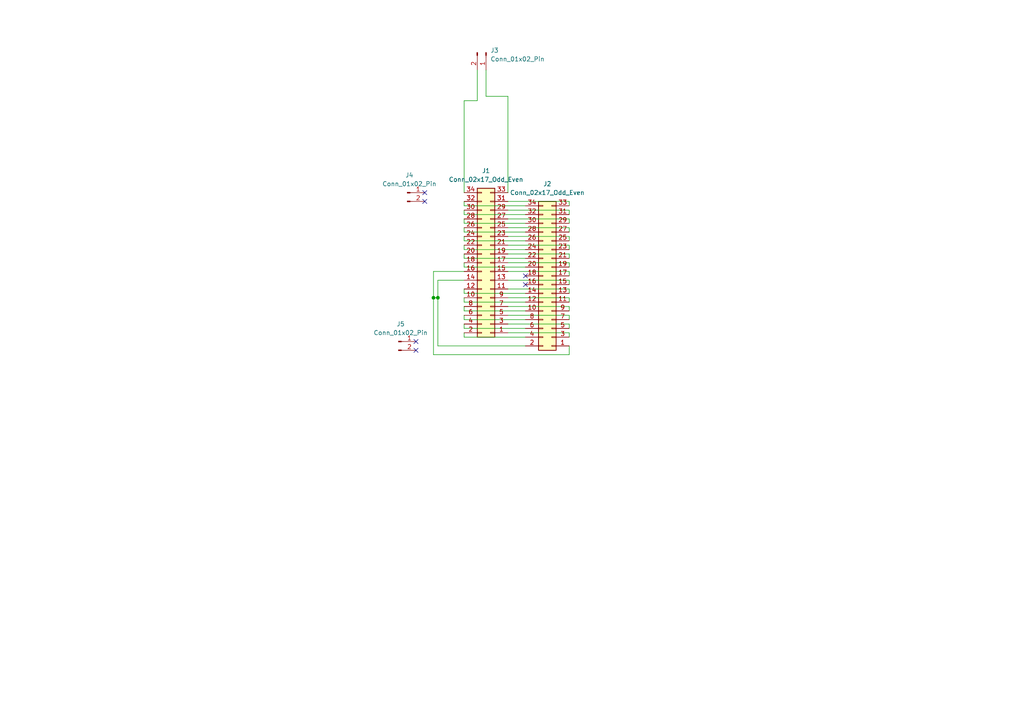
<source format=kicad_sch>
(kicad_sch (version 20230121) (generator eeschema)
  (paper "A4")
  (lib_symbols
    (symbol "Connector:Conn_01x02_Pin" (pin_names (offset 1.016) hide)
      (property "Reference" "J" (at 0 2.54 0))
      (property "Value" "Conn_01x02_Pin" (at 0 -5.08 0))
      (symbol "Conn_01x02_Pin_1_1"
        (polyline (pts (xy 1.27 -2.54) (xy 0.8636 -2.54)) (stroke (width 0.1524)))
        (polyline (pts (xy 1.27 0) (xy 0.8636 0)) (stroke (width 0.1524)))
        (rectangle (start 0.8636 -2.413) (end 0 -2.667) (stroke (width 0.1524)) (fill (type outline)))
        (rectangle (start 0.8636 0.127) (end 0 -0.127) (stroke (width 0.1524)) (fill (type outline)))
        (pin passive line (at 5.08 0 180) (length 3.81) (name "Pin_1") (number "1"))
        (pin passive line (at 5.08 -2.54 180) (length 3.81) (name "Pin_2") (number "2"))
      )
    )
    (symbol "Connector_Generic:Conn_02x17_Odd_Even" (pin_names (offset 1.016) hide)
      (property "Reference" "J" (at 1.27 22.86 0))
      (property "Value" "Conn_02x17_Odd_Even" (at 1.27 -22.86 0))
      (symbol "Conn_02x17_Odd_Even_1_1"
        (rectangle (start -1.27 -20.193) (end 0 -20.447) (stroke (width 0.1524)))
        (rectangle (start -1.27 -17.653) (end 0 -17.907) (stroke (width 0.1524)))
        (rectangle (start -1.27 -15.113) (end 0 -15.367) (stroke (width 0.1524)))
        (rectangle (start -1.27 -12.573) (end 0 -12.827) (stroke (width 0.1524)))
        (rectangle (start -1.27 -10.033) (end 0 -10.287) (stroke (width 0.1524)))
        (rectangle (start -1.27 -7.493) (end 0 -7.747) (stroke (width 0.1524)))
        (rectangle (start -1.27 -4.953) (end 0 -5.207) (stroke (width 0.1524)))
        (rectangle (start -1.27 -2.413) (end 0 -2.667) (stroke (width 0.1524)))
        (rectangle (start -1.27 0.127) (end 0 -0.127) (stroke (width 0.1524)))
        (rectangle (start -1.27 2.667) (end 0 2.413) (stroke (width 0.1524)))
        (rectangle (start -1.27 5.207) (end 0 4.953) (stroke (width 0.1524)))
        (rectangle (start -1.27 7.747) (end 0 7.493) (stroke (width 0.1524)))
        (rectangle (start -1.27 10.287) (end 0 10.033) (stroke (width 0.1524)))
        (rectangle (start -1.27 12.827) (end 0 12.573) (stroke (width 0.1524)))
        (rectangle (start -1.27 15.367) (end 0 15.113) (stroke (width 0.1524)))
        (rectangle (start -1.27 17.907) (end 0 17.653) (stroke (width 0.1524)))
        (rectangle (start -1.27 20.447) (end 0 20.193) (stroke (width 0.1524)))
        (rectangle (start -1.27 21.59) (end 3.81 -21.59) (stroke (width 0.254)) (fill (type background)))
        (rectangle (start 3.81 -20.193) (end 2.54 -20.447) (stroke (width 0.1524)))
        (rectangle (start 3.81 -17.653) (end 2.54 -17.907) (stroke (width 0.1524)))
        (rectangle (start 3.81 -15.113) (end 2.54 -15.367) (stroke (width 0.1524)))
        (rectangle (start 3.81 -12.573) (end 2.54 -12.827) (stroke (width 0.1524)))
        (rectangle (start 3.81 -10.033) (end 2.54 -10.287) (stroke (width 0.1524)))
        (rectangle (start 3.81 -7.493) (end 2.54 -7.747) (stroke (width 0.1524)))
        (rectangle (start 3.81 -4.953) (end 2.54 -5.207) (stroke (width 0.1524)))
        (rectangle (start 3.81 -2.413) (end 2.54 -2.667) (stroke (width 0.1524)))
        (rectangle (start 3.81 0.127) (end 2.54 -0.127) (stroke (width 0.1524)))
        (rectangle (start 3.81 2.667) (end 2.54 2.413) (stroke (width 0.1524)))
        (rectangle (start 3.81 5.207) (end 2.54 4.953) (stroke (width 0.1524)))
        (rectangle (start 3.81 7.747) (end 2.54 7.493) (stroke (width 0.1524)))
        (rectangle (start 3.81 10.287) (end 2.54 10.033) (stroke (width 0.1524)))
        (rectangle (start 3.81 12.827) (end 2.54 12.573) (stroke (width 0.1524)))
        (rectangle (start 3.81 15.367) (end 2.54 15.113) (stroke (width 0.1524)))
        (rectangle (start 3.81 17.907) (end 2.54 17.653) (stroke (width 0.1524)))
        (rectangle (start 3.81 20.447) (end 2.54 20.193) (stroke (width 0.1524)))
        (pin passive line (at -5.08 20.32 0) (length 3.81) (name "Pin_1") (number "1"))
        (pin passive line (at 7.62 10.16 180) (length 3.81) (name "Pin_10") (number "10"))
        (pin passive line (at -5.08 7.62 0) (length 3.81) (name "Pin_11") (number "11"))
        (pin passive line (at 7.62 7.62 180) (length 3.81) (name "Pin_12") (number "12"))
        (pin passive line (at -5.08 5.08 0) (length 3.81) (name "Pin_13") (number "13"))
        (pin passive line (at 7.62 5.08 180) (length 3.81) (name "Pin_14") (number "14"))
        (pin passive line (at -5.08 2.54 0) (length 3.81) (name "Pin_15") (number "15"))
        (pin passive line (at 7.62 2.54 180) (length 3.81) (name "Pin_16") (number "16"))
        (pin passive line (at -5.08 0 0) (length 3.81) (name "Pin_17") (number "17"))
        (pin passive line (at 7.62 0 180) (length 3.81) (name "Pin_18") (number "18"))
        (pin passive line (at -5.08 -2.54 0) (length 3.81) (name "Pin_19") (number "19"))
        (pin passive line (at 7.62 20.32 180) (length 3.81) (name "Pin_2") (number "2"))
        (pin passive line (at 7.62 -2.54 180) (length 3.81) (name "Pin_20") (number "20"))
        (pin passive line (at -5.08 -5.08 0) (length 3.81) (name "Pin_21") (number "21"))
        (pin passive line (at 7.62 -5.08 180) (length 3.81) (name "Pin_22") (number "22"))
        (pin passive line (at -5.08 -7.62 0) (length 3.81) (name "Pin_23") (number "23"))
        (pin passive line (at 7.62 -7.62 180) (length 3.81) (name "Pin_24") (number "24"))
        (pin passive line (at -5.08 -10.16 0) (length 3.81) (name "Pin_25") (number "25"))
        (pin passive line (at 7.62 -10.16 180) (length 3.81) (name "Pin_26") (number "26"))
        (pin passive line (at -5.08 -12.7 0) (length 3.81) (name "Pin_27") (number "27"))
        (pin passive line (at 7.62 -12.7 180) (length 3.81) (name "Pin_28") (number "28"))
        (pin passive line (at -5.08 -15.24 0) (length 3.81) (name "Pin_29") (number "29"))
        (pin passive line (at -5.08 17.78 0) (length 3.81) (name "Pin_3") (number "3"))
        (pin passive line (at 7.62 -15.24 180) (length 3.81) (name "Pin_30") (number "30"))
        (pin passive line (at -5.08 -17.78 0) (length 3.81) (name "Pin_31") (number "31"))
        (pin passive line (at 7.62 -17.78 180) (length 3.81) (name "Pin_32") (number "32"))
        (pin passive line (at -5.08 -20.32 0) (length 3.81) (name "Pin_33") (number "33"))
        (pin passive line (at 7.62 -20.32 180) (length 3.81) (name "Pin_34") (number "34"))
        (pin passive line (at 7.62 17.78 180) (length 3.81) (name "Pin_4") (number "4"))
        (pin passive line (at -5.08 15.24 0) (length 3.81) (name "Pin_5") (number "5"))
        (pin passive line (at 7.62 15.24 180) (length 3.81) (name "Pin_6") (number "6"))
        (pin passive line (at -5.08 12.7 0) (length 3.81) (name "Pin_7") (number "7"))
        (pin passive line (at 7.62 12.7 180) (length 3.81) (name "Pin_8") (number "8"))
        (pin passive line (at -5.08 10.16 0) (length 3.81) (name "Pin_9") (number "9"))
      )
    )
  )
  (junction (at 127 86.36))
  (junction (at 125.73 86.36))
  (no_connect (at 152.4 82.55))
  (no_connect (at 123.19 58.42))
  (no_connect (at 152.4 80.01))
  (no_connect (at 120.65 101.6))
  (no_connect (at 123.19 55.88))
  (no_connect (at 120.65 99.06))
  (wire (pts (xy 165.1 66.04) (xy 165.1 67.31)))
  (wire (pts (xy 127 86.36) (xy 127 81.28)))
  (wire (pts (xy 165.1 73.66) (xy 165.1 74.93)))
  (wire (pts (xy 134.62 68.58) (xy 134.62 69.85)))
  (wire (pts (xy 134.62 96.52) (xy 134.62 97.79)))
  (wire (pts (xy 134.62 67.31) (xy 152.4 67.31)))
  (wire (pts (xy 147.32 76.2) (xy 165.1 76.2)))
  (wire (pts (xy 165.1 81.28) (xy 165.1 82.55)))
  (wire (pts (xy 134.62 92.71) (xy 152.4 92.71)))
  (wire (pts (xy 147.32 66.04) (xy 165.1 66.04)))
  (wire (pts (xy 140.97 27.94) (xy 147.32 27.94)))
  (wire (pts (xy 134.62 97.79) (xy 152.4 97.79)))
  (wire (pts (xy 147.32 58.42) (xy 165.1 58.42)))
  (wire (pts (xy 134.62 85.09) (xy 152.4 85.09)))
  (wire (pts (xy 134.62 77.47) (xy 152.4 77.47)))
  (wire (pts (xy 125.73 78.74) (xy 125.73 86.36)))
  (wire (pts (xy 165.1 96.52) (xy 165.1 97.79)))
  (wire (pts (xy 125.73 102.87) (xy 165.1 102.87)))
  (wire (pts (xy 165.1 93.98) (xy 165.1 95.25)))
  (wire (pts (xy 134.62 73.66) (xy 134.62 74.93)))
  (wire (pts (xy 147.32 68.58) (xy 165.1 68.58)))
  (wire (pts (xy 134.62 62.23) (xy 152.4 62.23)))
  (wire (pts (xy 134.62 83.82) (xy 134.62 85.09)))
  (wire (pts (xy 147.32 88.9) (xy 165.1 88.9)))
  (wire (pts (xy 147.32 91.44) (xy 165.1 91.44)))
  (wire (pts (xy 165.1 60.96) (xy 165.1 62.23)))
  (wire (pts (xy 165.1 86.36) (xy 165.1 87.63)))
  (wire (pts (xy 138.43 29.21) (xy 134.62 29.21)))
  (wire (pts (xy 134.62 29.21) (xy 134.62 55.88)))
  (wire (pts (xy 134.62 60.96) (xy 134.62 62.23)))
  (wire (pts (xy 165.1 68.58) (xy 165.1 69.85)))
  (wire (pts (xy 147.32 86.36) (xy 165.1 86.36)))
  (wire (pts (xy 165.1 78.74) (xy 165.1 80.01)))
  (wire (pts (xy 125.73 86.36) (xy 127 86.36)))
  (wire (pts (xy 134.62 64.77) (xy 152.4 64.77)))
  (wire (pts (xy 127 100.33) (xy 127 86.36)))
  (wire (pts (xy 127 81.28) (xy 134.62 81.28)))
  (wire (pts (xy 147.32 60.96) (xy 165.1 60.96)))
  (wire (pts (xy 165.1 83.82) (xy 165.1 85.09)))
  (wire (pts (xy 134.62 91.44) (xy 134.62 92.71)))
  (wire (pts (xy 134.62 76.2) (xy 134.62 77.47)))
  (wire (pts (xy 165.1 88.9) (xy 165.1 90.17)))
  (wire (pts (xy 138.43 20.32) (xy 138.43 29.21)))
  (wire (pts (xy 147.32 73.66) (xy 165.1 73.66)))
  (wire (pts (xy 147.32 83.82) (xy 165.1 83.82)))
  (wire (pts (xy 134.62 59.69) (xy 152.4 59.69)))
  (wire (pts (xy 165.1 58.42) (xy 165.1 59.69)))
  (wire (pts (xy 127 100.33) (xy 152.4 100.33)))
  (wire (pts (xy 134.62 71.12) (xy 134.62 72.39)))
  (wire (pts (xy 134.62 66.04) (xy 134.62 67.31)))
  (wire (pts (xy 134.62 88.9) (xy 134.62 90.17)))
  (wire (pts (xy 134.62 63.5) (xy 134.62 64.77)))
  (wire (pts (xy 165.1 76.2) (xy 165.1 77.47)))
  (wire (pts (xy 147.32 63.5) (xy 165.1 63.5)))
  (wire (pts (xy 165.1 63.5) (xy 165.1 64.77)))
  (wire (pts (xy 134.62 93.98) (xy 134.62 95.25)))
  (wire (pts (xy 140.97 27.94) (xy 140.97 20.32)))
  (wire (pts (xy 125.73 86.36) (xy 125.73 102.87)))
  (wire (pts (xy 147.32 93.98) (xy 165.1 93.98)))
  (wire (pts (xy 147.32 71.12) (xy 165.1 71.12)))
  (wire (pts (xy 147.32 81.28) (xy 165.1 81.28)))
  (wire (pts (xy 147.32 27.94) (xy 147.32 55.88)))
  (wire (pts (xy 134.62 90.17) (xy 152.4 90.17)))
  (wire (pts (xy 165.1 71.12) (xy 165.1 72.39)))
  (wire (pts (xy 134.62 95.25) (xy 152.4 95.25)))
  (wire (pts (xy 125.73 78.74) (xy 134.62 78.74)))
  (wire (pts (xy 134.62 72.39) (xy 152.4 72.39)))
  (wire (pts (xy 165.1 91.44) (xy 165.1 92.71)))
  (wire (pts (xy 165.1 100.33) (xy 165.1 102.87)))
  (wire (pts (xy 134.62 74.93) (xy 152.4 74.93)))
  (wire (pts (xy 147.32 78.74) (xy 165.1 78.74)))
  (wire (pts (xy 134.62 86.36) (xy 134.62 87.63)))
  (wire (pts (xy 134.62 58.42) (xy 134.62 59.69)))
  (wire (pts (xy 147.32 96.52) (xy 165.1 96.52)))
  (wire (pts (xy 134.62 69.85) (xy 152.4 69.85)))
  (wire (pts (xy 134.62 87.63) (xy 152.4 87.63)))
  (symbol (lib_id "Connector:Conn_01x02_Pin") (at 140.97 15.24 270) (unit 1)
    (property "Reference" "J3" (at 142.24 14.605 90) (effects (justify left)))
    (property "Value" "Conn_01x02_Pin" (at 142.24 17.145 90) (effects (justify left)))
  )
  (symbol (lib_id "Connector:Conn_01x02_Pin") (at 115.57 99.06 0) (unit 1)
    (property "Reference" "J5" (at 116.205 93.98 0))
    (property "Value" "Conn_01x02_Pin" (at 116.205 96.52 0))
  )
  (symbol (lib_id "Connector_Generic:Conn_02x17_Odd_Even") (at 142.24 76.2 180) (unit 1)
    (property "Reference" "J1" (at 140.97 49.53 0))
    (property "Value" "Conn_02x17_Odd_Even" (at 140.97 52.07 0))
  )
  (symbol (lib_id "Connector_Generic:Conn_02x17_Odd_Even") (at 160.02 80.01 180) (unit 1)
    (property "Reference" "J2" (at 158.75 53.34 0))
    (property "Value" "Conn_02x17_Odd_Even" (at 158.75 55.88 0))
  )
  (symbol (lib_id "Connector:Conn_01x02_Pin") (at 118.11 55.88 0) (unit 1)
    (property "Reference" "J4" (at 118.745 50.8 0))
    (property "Value" "Conn_01x02_Pin" (at 118.745 53.34 0))
  )
)
</source>
